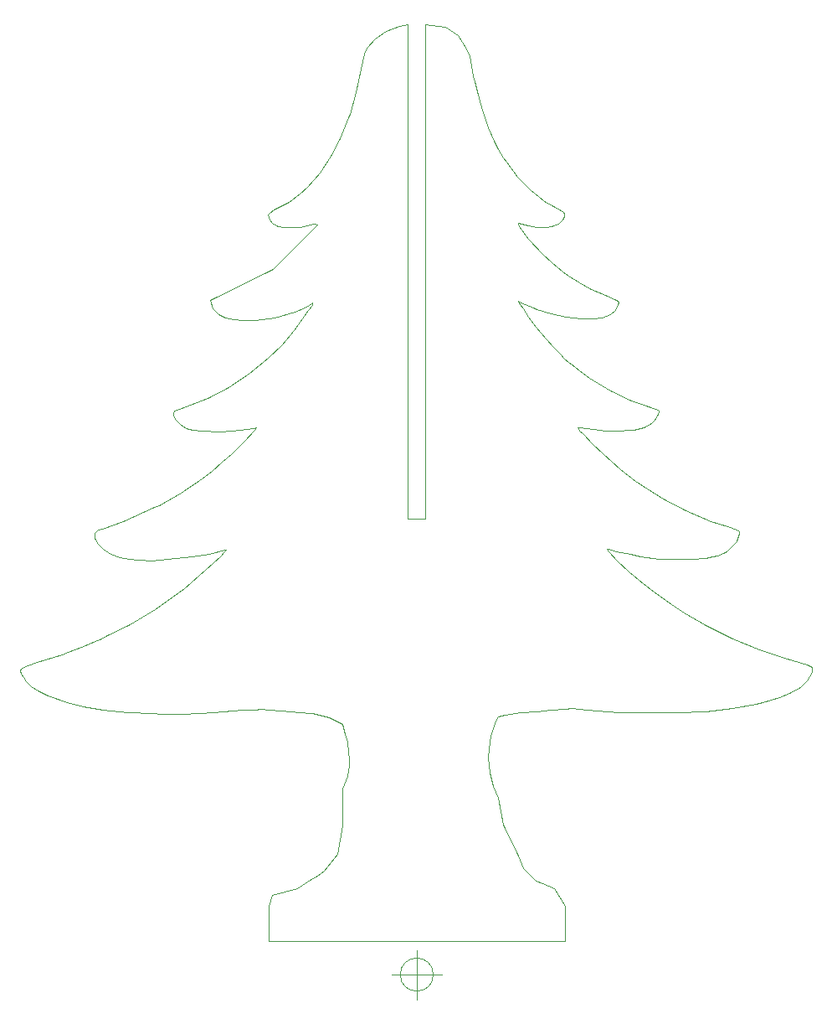
<source format=gm1>
G04 #@! TF.GenerationSoftware,KiCad,Pcbnew,(5.1.5)-3*
G04 #@! TF.CreationDate,2020-10-31T02:18:32+01:00*
G04 #@! TF.ProjectId,Christmas B,43687269-7374-46d6-9173-20422e6b6963,rev?*
G04 #@! TF.SameCoordinates,Original*
G04 #@! TF.FileFunction,Profile,NP*
%FSLAX46Y46*%
G04 Gerber Fmt 4.6, Leading zero omitted, Abs format (unit mm)*
G04 Created by KiCad (PCBNEW (5.1.5)-3) date 2020-10-31 02:18:32*
%MOMM*%
%LPD*%
G04 APERTURE LIST*
%ADD10C,0.050000*%
G04 APERTURE END LIST*
D10*
X109791500Y-61341000D02*
X110109000Y-62103000D01*
X108902500Y-60007500D02*
X109791500Y-61341000D01*
X107696000Y-59182000D02*
X108902500Y-60007500D01*
X105664000Y-58928000D02*
X107696000Y-59182000D01*
X99441000Y-61849000D02*
X99123500Y-63373000D01*
X99695000Y-61277500D02*
X99441000Y-61849000D01*
X100520500Y-60388500D02*
X99695000Y-61277500D01*
X101663500Y-59563000D02*
X100520500Y-60388500D01*
X102997000Y-59118500D02*
X101663500Y-59563000D01*
X102997000Y-59118500D02*
X103886000Y-58928000D01*
X95885000Y-128905000D02*
X97218500Y-129603500D01*
X94234000Y-128524000D02*
X95885000Y-128905000D01*
X92710000Y-146240500D02*
X90170000Y-146875500D01*
X116840000Y-145415000D02*
X115570000Y-144145000D01*
X117487700Y-145681700D02*
X116840000Y-145415000D01*
X113030000Y-128841500D02*
X113665000Y-128651000D01*
X103886000Y-108839000D02*
X103886000Y-58928000D01*
X105664000Y-108839000D02*
X103886000Y-108839000D01*
X112966500Y-137033000D02*
X112522000Y-135890000D01*
X113538000Y-139763500D02*
X112966500Y-137033000D01*
X114998500Y-142875000D02*
X113538000Y-139763500D01*
X115570000Y-144145000D02*
X114998500Y-142875000D01*
X97218500Y-139827000D02*
X97282000Y-136144000D01*
X96774000Y-142748000D02*
X97218500Y-139827000D01*
X95377000Y-144399000D02*
X96774000Y-142748000D01*
X94678500Y-144907000D02*
X95377000Y-144399000D01*
X106441666Y-154940000D02*
G75*
G03X106441666Y-154940000I-1666666J0D01*
G01*
X102275000Y-154940000D02*
X107275000Y-154940000D01*
X104775000Y-152440000D02*
X104775000Y-157440000D01*
X105664000Y-151574500D02*
X119761000Y-151574500D01*
X105664000Y-108839000D02*
X105664000Y-58928000D01*
X94488000Y-79057500D02*
X94678500Y-79184500D01*
X94361000Y-79057500D02*
X94488000Y-79057500D01*
X92900500Y-79375000D02*
X94361000Y-79057500D01*
X92138500Y-79438500D02*
X92900500Y-79375000D01*
X91376500Y-79438500D02*
X92138500Y-79438500D01*
X90741500Y-79311500D02*
X91376500Y-79438500D01*
X90551000Y-79248000D02*
X90741500Y-79311500D01*
X90170000Y-78994000D02*
X90551000Y-79248000D01*
X89852500Y-78613000D02*
X90170000Y-78994000D01*
X89725500Y-78168500D02*
X89852500Y-78613000D01*
X89852500Y-77978000D02*
X89725500Y-78168500D01*
X90297000Y-77660500D02*
X89852500Y-77978000D01*
X90995500Y-77279500D02*
X90297000Y-77660500D01*
X91821000Y-76835000D02*
X90995500Y-77279500D01*
X92900500Y-76009500D02*
X91821000Y-76835000D01*
X93662500Y-75311000D02*
X92900500Y-76009500D01*
X94932500Y-73914000D02*
X93662500Y-75311000D01*
X96075500Y-72199500D02*
X94932500Y-73914000D01*
X97028000Y-70421500D02*
X96075500Y-72199500D01*
X97536000Y-69151500D02*
X97028000Y-70421500D01*
X97853500Y-68326000D02*
X97536000Y-69151500D01*
X97980500Y-67945000D02*
X97853500Y-68326000D01*
X98615500Y-65786000D02*
X97980500Y-67945000D01*
X99123500Y-63373000D02*
X98615500Y-65786000D01*
X110299500Y-63055500D02*
X110109000Y-62103000D01*
X110490000Y-64135000D02*
X110299500Y-63055500D01*
X110617000Y-64706500D02*
X110490000Y-64135000D01*
X110934500Y-66040000D02*
X110617000Y-64706500D01*
X111188500Y-66929000D02*
X110934500Y-66040000D01*
X111379000Y-67564000D02*
X111188500Y-66929000D01*
X111633000Y-68326000D02*
X111379000Y-67564000D01*
X112014000Y-69342000D02*
X111633000Y-68326000D01*
X112585500Y-70675500D02*
X112014000Y-69342000D01*
X113030000Y-71501000D02*
X112585500Y-70675500D01*
X113538000Y-72390000D02*
X113030000Y-71501000D01*
X113855500Y-72834500D02*
X113538000Y-72390000D01*
X114935000Y-74358500D02*
X113855500Y-72834500D01*
X116014500Y-75438000D02*
X114935000Y-74358500D01*
X116268500Y-75692000D02*
X116014500Y-75438000D01*
X117030500Y-76263500D02*
X116268500Y-75692000D01*
X117665500Y-76771500D02*
X117030500Y-76263500D01*
X118554500Y-77279500D02*
X117665500Y-76771500D01*
X119380000Y-77724000D02*
X118554500Y-77279500D01*
X119634000Y-77914500D02*
X119380000Y-77724000D01*
X119697500Y-78041500D02*
X119634000Y-77914500D01*
X119697500Y-78295500D02*
X119697500Y-78041500D01*
X119507000Y-78676500D02*
X119697500Y-78295500D01*
X119189500Y-78994000D02*
X119507000Y-78676500D01*
X119126000Y-79057500D02*
X119189500Y-78994000D01*
X118618000Y-79248000D02*
X119126000Y-79057500D01*
X118427500Y-79311500D02*
X118618000Y-79248000D01*
X117792500Y-79375000D02*
X118427500Y-79311500D01*
X116903500Y-79375000D02*
X117792500Y-79375000D01*
X116014500Y-79248000D02*
X116903500Y-79375000D01*
X115062000Y-78994000D02*
X116014500Y-79248000D01*
X114998500Y-79057500D02*
X115062000Y-78994000D01*
X115125500Y-79311500D02*
X114998500Y-79057500D01*
X116078000Y-80581500D02*
X115125500Y-79311500D01*
X117475000Y-82105500D02*
X116078000Y-80581500D01*
X118427500Y-82994500D02*
X117475000Y-82105500D01*
X119507000Y-83883500D02*
X118427500Y-82994500D01*
X120078500Y-84328000D02*
X119507000Y-83883500D01*
X121221500Y-85026500D02*
X120078500Y-84328000D01*
X122428000Y-85661500D02*
X121221500Y-85026500D01*
X123825000Y-86296500D02*
X122428000Y-85661500D01*
X124904500Y-86741000D02*
X123825000Y-86296500D01*
X125095000Y-86868000D02*
X124904500Y-86741000D01*
X125158500Y-87058500D02*
X125095000Y-86868000D01*
X125095000Y-87185500D02*
X125158500Y-87058500D01*
X124841000Y-87757000D02*
X125095000Y-87185500D01*
X124333000Y-88201500D02*
X124841000Y-87757000D01*
X123507500Y-88519000D02*
X124333000Y-88201500D01*
X122491500Y-88646000D02*
X123507500Y-88519000D01*
X121348500Y-88646000D02*
X122491500Y-88646000D01*
X119824500Y-88455500D02*
X121348500Y-88646000D01*
X118300500Y-88138000D02*
X119824500Y-88455500D01*
X116903500Y-87693500D02*
X118300500Y-88138000D01*
X116586000Y-87566500D02*
X116903500Y-87693500D01*
X115316000Y-86995000D02*
X116586000Y-87566500D01*
X114998500Y-86868000D02*
X115316000Y-86995000D01*
X115189000Y-87185500D02*
X114998500Y-86868000D01*
X115506500Y-87630000D02*
X115189000Y-87185500D01*
X116078000Y-88455500D02*
X115506500Y-87630000D01*
X116776500Y-89471500D02*
X116078000Y-88455500D01*
X117792500Y-90678000D02*
X116776500Y-89471500D01*
X118554500Y-91503500D02*
X117792500Y-90678000D01*
X119316500Y-92265500D02*
X118554500Y-91503500D01*
X119634000Y-92583000D02*
X119316500Y-92265500D01*
X120205500Y-93091000D02*
X119634000Y-92583000D01*
X120396000Y-93218000D02*
X120205500Y-93091000D01*
X121221500Y-93853000D02*
X120396000Y-93218000D01*
X122237500Y-94615000D02*
X121221500Y-93853000D01*
X123063000Y-95123000D02*
X122237500Y-94615000D01*
X124333000Y-95885000D02*
X123063000Y-95123000D01*
X126492000Y-96901000D02*
X124333000Y-95885000D01*
X127190500Y-97155000D02*
X126492000Y-96901000D01*
X129159000Y-97853500D02*
X127190500Y-97155000D01*
X129222500Y-97917000D02*
X129159000Y-97853500D01*
X129222500Y-98044000D02*
X129222500Y-97917000D01*
X129159000Y-98298000D02*
X129222500Y-98044000D01*
X128841500Y-98869500D02*
X129159000Y-98298000D01*
X128460500Y-99250500D02*
X128841500Y-98869500D01*
X127762000Y-99631500D02*
X128460500Y-99250500D01*
X127381000Y-99758500D02*
X127762000Y-99631500D01*
X126682500Y-99885500D02*
X127381000Y-99758500D01*
X124777500Y-100012500D02*
X126682500Y-99885500D01*
X123825000Y-99949000D02*
X124777500Y-100012500D01*
X122618500Y-99822000D02*
X123825000Y-99949000D01*
X121285000Y-99631500D02*
X122618500Y-99822000D01*
X121031000Y-99631500D02*
X121285000Y-99631500D01*
X121094500Y-99758500D02*
X121031000Y-99631500D01*
X121221500Y-99949000D02*
X121094500Y-99758500D01*
X121539000Y-100266500D02*
X121221500Y-99949000D01*
X122555000Y-101346000D02*
X121539000Y-100266500D01*
X123571000Y-102298500D02*
X122555000Y-101346000D01*
X125349000Y-103886000D02*
X123571000Y-102298500D01*
X126873000Y-105029000D02*
X125349000Y-103886000D01*
X128079500Y-105854500D02*
X126873000Y-105029000D01*
X129667000Y-106807000D02*
X128079500Y-105854500D01*
X131953000Y-108013500D02*
X129667000Y-106807000D01*
X134493000Y-109093000D02*
X131953000Y-108013500D01*
X136207500Y-109664500D02*
X134493000Y-109093000D01*
X137160000Y-109982000D02*
X136207500Y-109664500D01*
X137350500Y-110172500D02*
X137160000Y-109982000D01*
X137350500Y-110299500D02*
X137350500Y-110172500D01*
X137287000Y-110617000D02*
X137350500Y-110299500D01*
X137223500Y-110807500D02*
X137287000Y-110617000D01*
X137096500Y-111125000D02*
X137223500Y-110807500D01*
X136842500Y-111442500D02*
X137096500Y-111125000D01*
X136461500Y-111823500D02*
X136842500Y-111442500D01*
X136080500Y-112141000D02*
X136461500Y-111823500D01*
X135763000Y-112331500D02*
X136080500Y-112141000D01*
X135191500Y-112585500D02*
X135763000Y-112331500D01*
X134683500Y-112712500D02*
X135191500Y-112585500D01*
X133985000Y-112839500D02*
X134683500Y-112712500D01*
X132461000Y-112966500D02*
X133985000Y-112839500D01*
X131381500Y-112966500D02*
X132461000Y-112966500D01*
X129286000Y-112903000D02*
X131381500Y-112966500D01*
X127381000Y-112649000D02*
X129286000Y-112903000D01*
X126365000Y-112458500D02*
X127381000Y-112649000D01*
X124904500Y-112141000D02*
X126365000Y-112458500D01*
X124142500Y-111887000D02*
X124904500Y-112141000D01*
X124015500Y-111950500D02*
X124142500Y-111887000D01*
X124142500Y-112141000D02*
X124015500Y-111950500D01*
X125031500Y-113093500D02*
X124142500Y-112141000D01*
X126238000Y-114173000D02*
X125031500Y-113093500D01*
X127635000Y-115379500D02*
X126238000Y-114173000D01*
X128778000Y-116268500D02*
X127635000Y-115379500D01*
X130556000Y-117538500D02*
X128778000Y-116268500D01*
X131826000Y-118364000D02*
X130556000Y-117538500D01*
X133985000Y-119634000D02*
X131826000Y-118364000D01*
X136715500Y-120967500D02*
X133985000Y-119634000D01*
X139446000Y-122110500D02*
X136715500Y-120967500D01*
X141922500Y-122936000D02*
X139446000Y-122110500D01*
X144208500Y-123634500D02*
X141922500Y-122936000D01*
X144716500Y-123825000D02*
X144208500Y-123634500D01*
X144780000Y-124015500D02*
X144716500Y-123825000D01*
X144716500Y-124396500D02*
X144780000Y-124015500D01*
X144526000Y-124777500D02*
X144716500Y-124396500D01*
X144272000Y-125222000D02*
X144526000Y-124777500D01*
X143573500Y-125857000D02*
X144272000Y-125222000D01*
X142494000Y-126492000D02*
X143573500Y-125857000D01*
X141414500Y-126936500D02*
X142494000Y-126492000D01*
X139763500Y-127444500D02*
X141414500Y-126936500D01*
X139065000Y-127571500D02*
X139763500Y-127444500D01*
X136715500Y-128016000D02*
X139065000Y-127571500D01*
X133985000Y-128333500D02*
X136715500Y-128016000D01*
X131000500Y-128460500D02*
X133985000Y-128333500D01*
X126746000Y-128460500D02*
X131000500Y-128460500D01*
X125412500Y-128397000D02*
X126746000Y-128460500D01*
X123888500Y-128333500D02*
X125412500Y-128397000D01*
X123190000Y-128270000D02*
X123888500Y-128333500D01*
X121983500Y-128143000D02*
X123190000Y-128270000D01*
X121285000Y-128079500D02*
X121983500Y-128143000D01*
X120459500Y-128016000D02*
X121285000Y-128079500D01*
X119761000Y-128079500D02*
X120459500Y-128016000D01*
X118364000Y-128206500D02*
X119761000Y-128079500D01*
X116903500Y-128333500D02*
X118364000Y-128206500D01*
X115189000Y-128460500D02*
X116903500Y-128333500D01*
X114808000Y-128524000D02*
X115189000Y-128460500D01*
X113665000Y-128651000D02*
X114808000Y-128524000D01*
X112776000Y-129286000D02*
X113030000Y-128841500D01*
X112268000Y-130810000D02*
X112776000Y-129286000D01*
X112077500Y-132080000D02*
X112268000Y-130810000D01*
X112014000Y-133032500D02*
X112077500Y-132080000D01*
X112141000Y-134556500D02*
X112014000Y-133032500D01*
X112522000Y-135890000D02*
X112141000Y-134556500D01*
X118630700Y-146253200D02*
X117487700Y-145681700D01*
X119761000Y-147955000D02*
X118630700Y-146253200D01*
X119761000Y-151574500D02*
X119761000Y-147955000D01*
X89789000Y-151574500D02*
X105664000Y-151574500D01*
X89789000Y-148018500D02*
X89789000Y-151574500D01*
X90170000Y-146875500D02*
X89789000Y-148018500D01*
X93916500Y-145351500D02*
X92710000Y-146240500D01*
X94678500Y-144907000D02*
X93916500Y-145351500D01*
X97726500Y-134874000D02*
X97282000Y-136144000D01*
X97917000Y-133794500D02*
X97726500Y-134874000D01*
X97917000Y-133096000D02*
X97917000Y-133794500D01*
X97853500Y-132461000D02*
X97917000Y-133096000D01*
X97726500Y-131381500D02*
X97853500Y-132461000D01*
X97536000Y-130619500D02*
X97726500Y-131381500D01*
X97218500Y-129603500D02*
X97536000Y-130619500D01*
X93980000Y-128524000D02*
X94234000Y-128524000D01*
X91059000Y-128270000D02*
X93980000Y-128524000D01*
X89789000Y-128143000D02*
X91059000Y-128270000D01*
X89027000Y-128079500D02*
X89789000Y-128143000D01*
X88328500Y-128143000D02*
X89027000Y-128079500D01*
X87122000Y-128206500D02*
X88328500Y-128143000D01*
X84201000Y-128460500D02*
X87122000Y-128206500D01*
X82740500Y-128524000D02*
X84201000Y-128460500D01*
X80899000Y-128587500D02*
X82740500Y-128524000D01*
X78930500Y-128587500D02*
X80899000Y-128587500D01*
X78105000Y-128524000D02*
X78930500Y-128587500D01*
X75501500Y-128397000D02*
X78105000Y-128524000D01*
X73025000Y-128143000D02*
X75501500Y-128397000D01*
X70993000Y-127825500D02*
X73025000Y-128143000D01*
X69405500Y-127444500D02*
X70993000Y-127825500D01*
X67437000Y-126746000D02*
X69405500Y-127444500D01*
X66421000Y-126238000D02*
X67437000Y-126746000D01*
X65722500Y-125793500D02*
X66421000Y-126238000D01*
X65214500Y-125285500D02*
X65722500Y-125793500D01*
X64960500Y-124904500D02*
X65214500Y-125285500D01*
X64770000Y-124523500D02*
X64960500Y-124904500D01*
X64643000Y-124206000D02*
X64770000Y-124523500D01*
X64706500Y-124015500D02*
X64643000Y-124206000D01*
X65024000Y-123825000D02*
X64706500Y-124015500D01*
X65405000Y-123698000D02*
X65024000Y-123825000D01*
X66357500Y-123380500D02*
X65405000Y-123698000D01*
X68897500Y-122555000D02*
X66357500Y-123380500D01*
X69469000Y-122364500D02*
X68897500Y-122555000D01*
X70866000Y-121793000D02*
X69469000Y-122364500D01*
X72453500Y-121158000D02*
X70866000Y-121793000D01*
X72707500Y-121031000D02*
X72453500Y-121158000D01*
X73469500Y-120650000D02*
X72707500Y-121031000D01*
X75755500Y-119507000D02*
X73469500Y-120650000D01*
X78295500Y-117983000D02*
X75755500Y-119507000D01*
X81280000Y-115887500D02*
X78295500Y-117983000D01*
X84899500Y-112649000D02*
X81280000Y-115887500D01*
X85344000Y-112204500D02*
X84899500Y-112649000D01*
X85471000Y-112014000D02*
X85344000Y-112204500D01*
X85344000Y-112014000D02*
X85471000Y-112014000D01*
X83756500Y-112395000D02*
X85344000Y-112014000D01*
X82042000Y-112712500D02*
X83756500Y-112395000D01*
X79565500Y-112966500D02*
X82042000Y-112712500D01*
X77914500Y-113093500D02*
X79565500Y-112966500D01*
X76708000Y-113030000D02*
X77914500Y-113093500D01*
X75628500Y-112966500D02*
X76708000Y-113030000D01*
X74739500Y-112776000D02*
X75628500Y-112966500D01*
X73787000Y-112395000D02*
X74739500Y-112776000D01*
X73025000Y-111950500D02*
X73787000Y-112395000D01*
X72517000Y-111379000D02*
X73025000Y-111950500D01*
X72199500Y-110807500D02*
X72517000Y-111379000D01*
X72199500Y-110426500D02*
X72199500Y-110807500D01*
X72199500Y-110299500D02*
X72199500Y-110426500D01*
X72326500Y-110109000D02*
X72199500Y-110299500D01*
X72517000Y-109982000D02*
X72326500Y-110109000D01*
X72961500Y-109855000D02*
X72517000Y-109982000D01*
X75057000Y-109093000D02*
X72961500Y-109855000D01*
X78232000Y-107696000D02*
X75057000Y-109093000D01*
X78676500Y-107505500D02*
X78232000Y-107696000D01*
X80899000Y-106235500D02*
X78676500Y-107505500D01*
X83058000Y-104775000D02*
X80899000Y-106235500D01*
X84010500Y-104013000D02*
X83058000Y-104775000D01*
X85090000Y-103124000D02*
X84010500Y-104013000D01*
X86042500Y-102235000D02*
X85090000Y-103124000D01*
X87249000Y-101092000D02*
X86042500Y-102235000D01*
X88392000Y-99885500D02*
X87249000Y-101092000D01*
X88519000Y-99631500D02*
X88392000Y-99885500D01*
X88265000Y-99695000D02*
X88519000Y-99631500D01*
X86042500Y-100012500D02*
X88265000Y-99695000D01*
X84772500Y-100076000D02*
X86042500Y-100012500D01*
X82994500Y-100012500D02*
X84772500Y-100076000D01*
X82105500Y-99885500D02*
X82994500Y-100012500D01*
X81407000Y-99695000D02*
X82105500Y-99885500D01*
X80835500Y-99314000D02*
X81407000Y-99695000D01*
X80391000Y-98869500D02*
X80835500Y-99314000D01*
X80137000Y-98425000D02*
X80391000Y-98869500D01*
X80137000Y-98171000D02*
X80137000Y-98425000D01*
X80264000Y-97980500D02*
X80137000Y-98171000D01*
X80708500Y-97790000D02*
X80264000Y-97980500D01*
X83629500Y-96647000D02*
X80708500Y-97790000D01*
X85725000Y-95567500D02*
X83629500Y-96647000D01*
X87820500Y-94170500D02*
X85725000Y-95567500D01*
X89725500Y-92646500D02*
X87820500Y-94170500D01*
X91122500Y-91249500D02*
X89725500Y-92646500D01*
X92329000Y-89852500D02*
X91122500Y-91249500D01*
X93789500Y-87820500D02*
X92329000Y-89852500D01*
X94170500Y-87249000D02*
X93789500Y-87820500D01*
X94234000Y-87058500D02*
X94170500Y-87249000D01*
X94107000Y-87122000D02*
X94234000Y-87058500D01*
X93853000Y-87312500D02*
X94107000Y-87122000D01*
X93472000Y-87503000D02*
X93853000Y-87312500D01*
X92456000Y-87947500D02*
X93472000Y-87503000D01*
X90424000Y-88519000D02*
X92456000Y-87947500D01*
X88455500Y-88836500D02*
X90424000Y-88519000D01*
X87249000Y-88836500D02*
X88455500Y-88836500D01*
X86233000Y-88709500D02*
X87249000Y-88836500D01*
X85407500Y-88519000D02*
X86233000Y-88709500D01*
X84709000Y-88201500D02*
X85407500Y-88519000D01*
X84137500Y-87630000D02*
X84709000Y-88201500D01*
X83883500Y-86804500D02*
X84137500Y-87630000D01*
X90233500Y-83629500D02*
X83883500Y-86804500D01*
X94678500Y-79184500D02*
X90233500Y-83629500D01*
M02*

</source>
